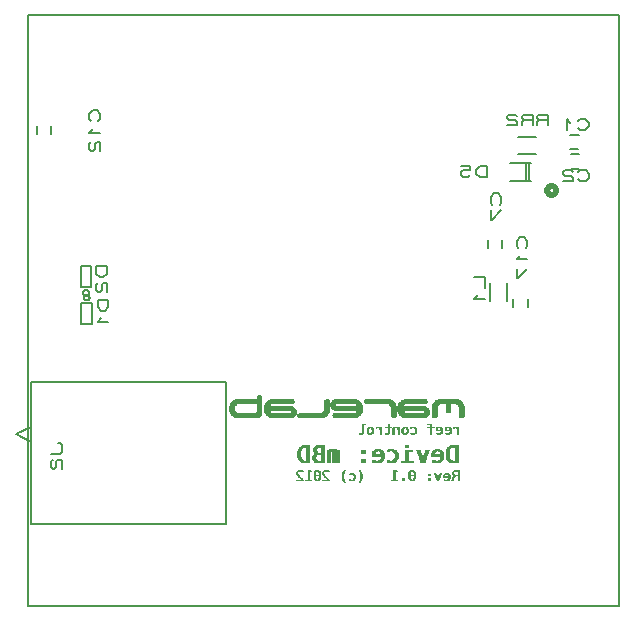
<source format=gbo>
G04 PROTEUS RS274X GERBER FILE*
%FSLAX24Y24*%
%MOIN*%
%ADD33C,0.0080*%
%ADD41C,0.0025*%
%ADD40C,0.0060*%
%ADD10C,0.0200*%
G54D33*
X+0Y+0D02*
X+19685Y+0D01*
X+19685Y+19685D01*
X+0Y+19685D01*
X+0Y+0D01*
X+19685Y+0D01*
X+19685Y+19685D01*
X+0Y+19685D01*
X+0Y+0D01*
G54D41*
X+6912Y+6293D02*
X+7652Y+6293D01*
X+8072Y+6293D02*
X+8792Y+6293D01*
X+9012Y+6293D02*
X+9832Y+6293D01*
X+10172Y+6293D02*
X+10912Y+6293D01*
X+12132Y+6293D02*
X+12212Y+6293D01*
X+12512Y+6293D02*
X+13232Y+6293D01*
X+13492Y+6293D02*
X+13572Y+6293D01*
X+14392Y+6293D02*
X+14472Y+6293D01*
X+6852Y+6313D02*
X+7692Y+6313D01*
X+8012Y+6313D02*
X+8832Y+6313D01*
X+8992Y+6313D02*
X+9872Y+6313D01*
X+10152Y+6313D02*
X+10972Y+6313D01*
X+12112Y+6313D02*
X+12232Y+6313D01*
X+12452Y+6313D02*
X+13272Y+6313D01*
X+13472Y+6313D02*
X+13592Y+6313D01*
X+14372Y+6313D02*
X+14492Y+6313D01*
X+6812Y+6333D02*
X+7712Y+6333D01*
X+7992Y+6333D02*
X+8852Y+6333D01*
X+8972Y+6333D02*
X+9912Y+6333D01*
X+10152Y+6333D02*
X+10992Y+6333D01*
X+12092Y+6333D02*
X+12252Y+6333D01*
X+12432Y+6333D02*
X+13292Y+6333D01*
X+13452Y+6333D02*
X+13612Y+6333D01*
X+14352Y+6333D02*
X+14512Y+6333D01*
X+6792Y+6353D02*
X+7732Y+6353D01*
X+7972Y+6353D02*
X+8872Y+6353D01*
X+8972Y+6353D02*
X+9932Y+6353D01*
X+10132Y+6353D02*
X+11032Y+6353D01*
X+12092Y+6353D02*
X+12252Y+6353D01*
X+12412Y+6353D02*
X+13312Y+6353D01*
X+13452Y+6353D02*
X+13612Y+6353D01*
X+14352Y+6353D02*
X+14512Y+6353D01*
X+6772Y+6373D02*
X+7752Y+6373D01*
X+7932Y+6373D02*
X+8892Y+6373D01*
X+8972Y+6373D02*
X+9952Y+6373D01*
X+10132Y+6373D02*
X+11052Y+6373D01*
X+12092Y+6373D02*
X+12252Y+6373D01*
X+12372Y+6373D02*
X+13332Y+6373D01*
X+13452Y+6373D02*
X+13612Y+6373D01*
X+14352Y+6373D02*
X+14512Y+6373D01*
X+6752Y+6393D02*
X+7752Y+6393D01*
X+7932Y+6393D02*
X+8892Y+6393D01*
X+8972Y+6393D02*
X+9972Y+6393D01*
X+10152Y+6393D02*
X+11052Y+6393D01*
X+12092Y+6393D02*
X+12252Y+6393D01*
X+12372Y+6393D02*
X+13332Y+6393D01*
X+13452Y+6393D02*
X+13612Y+6393D01*
X+14352Y+6393D02*
X+14512Y+6393D01*
X+6752Y+6413D02*
X+7772Y+6413D01*
X+7912Y+6413D02*
X+8912Y+6413D01*
X+8992Y+6413D02*
X+9972Y+6413D01*
X+10152Y+6413D02*
X+11072Y+6413D01*
X+12092Y+6413D02*
X+12252Y+6413D01*
X+12352Y+6413D02*
X+13352Y+6413D01*
X+13452Y+6413D02*
X+13612Y+6413D01*
X+14352Y+6413D02*
X+14512Y+6413D01*
X+6732Y+6433D02*
X+7772Y+6433D01*
X+7892Y+6433D02*
X+8912Y+6433D01*
X+9012Y+6433D02*
X+9992Y+6433D01*
X+10172Y+6433D02*
X+11092Y+6433D01*
X+12092Y+6433D02*
X+12252Y+6433D01*
X+12332Y+6433D02*
X+13352Y+6433D01*
X+13452Y+6433D02*
X+13612Y+6433D01*
X+14352Y+6433D02*
X+14512Y+6433D01*
X+6712Y+6453D02*
X+6932Y+6453D01*
X+7592Y+6453D02*
X+7772Y+6453D01*
X+7892Y+6453D02*
X+8072Y+6453D01*
X+8752Y+6453D02*
X+8912Y+6453D01*
X+9792Y+6453D02*
X+10012Y+6453D01*
X+10912Y+6453D02*
X+11092Y+6453D01*
X+12092Y+6453D02*
X+12252Y+6453D01*
X+12332Y+6453D02*
X+12512Y+6453D01*
X+13192Y+6453D02*
X+13352Y+6453D01*
X+13452Y+6453D02*
X+13612Y+6453D01*
X+13952Y+6453D02*
X+14032Y+6453D01*
X+14352Y+6453D02*
X+14512Y+6453D01*
X+6712Y+6473D02*
X+6912Y+6473D01*
X+7612Y+6473D02*
X+7772Y+6473D01*
X+7872Y+6473D02*
X+8052Y+6473D01*
X+8752Y+6473D02*
X+8912Y+6473D01*
X+9812Y+6473D02*
X+10012Y+6473D01*
X+10932Y+6473D02*
X+11112Y+6473D01*
X+12092Y+6473D02*
X+12252Y+6473D01*
X+12312Y+6473D02*
X+12492Y+6473D01*
X+13192Y+6473D02*
X+13352Y+6473D01*
X+13452Y+6473D02*
X+13612Y+6473D01*
X+13932Y+6473D02*
X+14052Y+6473D01*
X+14352Y+6473D02*
X+14512Y+6473D01*
X+6712Y+6493D02*
X+6892Y+6493D01*
X+7612Y+6493D02*
X+7772Y+6493D01*
X+7872Y+6493D02*
X+8052Y+6493D01*
X+8752Y+6493D02*
X+8912Y+6493D01*
X+9832Y+6493D02*
X+10012Y+6493D01*
X+10932Y+6493D02*
X+11112Y+6493D01*
X+12092Y+6493D02*
X+12252Y+6493D01*
X+12312Y+6493D02*
X+12492Y+6493D01*
X+13192Y+6493D02*
X+13352Y+6493D01*
X+13452Y+6493D02*
X+13612Y+6493D01*
X+13912Y+6493D02*
X+14072Y+6493D01*
X+14352Y+6493D02*
X+14512Y+6493D01*
X+6692Y+6513D02*
X+6872Y+6513D01*
X+7612Y+6513D02*
X+7772Y+6513D01*
X+7852Y+6513D02*
X+8072Y+6513D01*
X+8752Y+6513D02*
X+8912Y+6513D01*
X+9852Y+6513D02*
X+10032Y+6513D01*
X+10912Y+6513D02*
X+11132Y+6513D01*
X+12092Y+6513D02*
X+12252Y+6513D01*
X+12292Y+6513D02*
X+12512Y+6513D01*
X+13192Y+6513D02*
X+13352Y+6513D01*
X+13452Y+6513D02*
X+13612Y+6513D01*
X+13912Y+6513D02*
X+14072Y+6513D01*
X+14352Y+6513D02*
X+14512Y+6513D01*
X+6692Y+6533D02*
X+6852Y+6533D01*
X+7612Y+6533D02*
X+7772Y+6533D01*
X+7852Y+6533D02*
X+8912Y+6533D01*
X+9872Y+6533D02*
X+10032Y+6533D01*
X+10192Y+6533D02*
X+11132Y+6533D01*
X+12092Y+6533D02*
X+12252Y+6533D01*
X+12292Y+6533D02*
X+13352Y+6533D01*
X+13452Y+6533D02*
X+13612Y+6533D01*
X+13912Y+6533D02*
X+14072Y+6533D01*
X+14352Y+6533D02*
X+14512Y+6533D01*
X+6692Y+6553D02*
X+6852Y+6553D01*
X+7612Y+6553D02*
X+7772Y+6553D01*
X+7852Y+6553D02*
X+8892Y+6553D01*
X+9872Y+6553D02*
X+10032Y+6553D01*
X+10152Y+6553D02*
X+11132Y+6553D01*
X+12092Y+6553D02*
X+12252Y+6553D01*
X+12292Y+6553D02*
X+13332Y+6553D01*
X+13452Y+6553D02*
X+13612Y+6553D01*
X+13912Y+6553D02*
X+14072Y+6553D01*
X+14352Y+6553D02*
X+14512Y+6553D01*
X+6692Y+6573D02*
X+6852Y+6573D01*
X+7612Y+6573D02*
X+7772Y+6573D01*
X+7852Y+6573D02*
X+8892Y+6573D01*
X+9872Y+6573D02*
X+10032Y+6573D01*
X+10132Y+6573D02*
X+11132Y+6573D01*
X+12092Y+6573D02*
X+12252Y+6573D01*
X+12292Y+6573D02*
X+13332Y+6573D01*
X+13452Y+6573D02*
X+13612Y+6573D01*
X+13912Y+6573D02*
X+14072Y+6573D01*
X+14352Y+6573D02*
X+14512Y+6573D01*
X+6692Y+6593D02*
X+6852Y+6593D01*
X+7612Y+6593D02*
X+7772Y+6593D01*
X+7852Y+6593D02*
X+8872Y+6593D01*
X+9872Y+6593D02*
X+10032Y+6593D01*
X+10112Y+6593D02*
X+11132Y+6593D01*
X+12092Y+6593D02*
X+12252Y+6593D01*
X+12292Y+6593D02*
X+13312Y+6593D01*
X+13452Y+6593D02*
X+13612Y+6593D01*
X+13912Y+6593D02*
X+14072Y+6593D01*
X+14352Y+6593D02*
X+14512Y+6593D01*
X+6692Y+6613D02*
X+6852Y+6613D01*
X+7612Y+6613D02*
X+7772Y+6613D01*
X+7852Y+6613D02*
X+8852Y+6613D01*
X+9872Y+6613D02*
X+10032Y+6613D01*
X+10092Y+6613D02*
X+11132Y+6613D01*
X+12092Y+6613D02*
X+12252Y+6613D01*
X+12292Y+6613D02*
X+13292Y+6613D01*
X+13452Y+6613D02*
X+13612Y+6613D01*
X+13912Y+6613D02*
X+14072Y+6613D01*
X+14352Y+6613D02*
X+14512Y+6613D01*
X+6692Y+6633D02*
X+6852Y+6633D01*
X+7612Y+6633D02*
X+7772Y+6633D01*
X+7852Y+6633D02*
X+8832Y+6633D01*
X+9872Y+6633D02*
X+10032Y+6633D01*
X+10092Y+6633D02*
X+11132Y+6633D01*
X+12092Y+6633D02*
X+12252Y+6633D01*
X+12292Y+6633D02*
X+13272Y+6633D01*
X+13452Y+6633D02*
X+13612Y+6633D01*
X+13912Y+6633D02*
X+14072Y+6633D01*
X+14352Y+6633D02*
X+14512Y+6633D01*
X+6692Y+6653D02*
X+6852Y+6653D01*
X+7612Y+6653D02*
X+7772Y+6653D01*
X+7852Y+6653D02*
X+8792Y+6653D01*
X+9872Y+6653D02*
X+10032Y+6653D01*
X+10072Y+6653D02*
X+11132Y+6653D01*
X+12072Y+6653D02*
X+12252Y+6653D01*
X+12292Y+6653D02*
X+13232Y+6653D01*
X+13452Y+6653D02*
X+13612Y+6653D01*
X+13912Y+6653D02*
X+14072Y+6653D01*
X+14352Y+6653D02*
X+14512Y+6653D01*
X+6692Y+6673D02*
X+6872Y+6673D01*
X+7612Y+6673D02*
X+7772Y+6673D01*
X+7852Y+6673D02*
X+8072Y+6673D01*
X+9872Y+6673D02*
X+10032Y+6673D01*
X+10072Y+6673D02*
X+10232Y+6673D01*
X+10912Y+6673D02*
X+11132Y+6673D01*
X+12072Y+6673D02*
X+12252Y+6673D01*
X+12292Y+6673D02*
X+12512Y+6673D01*
X+13452Y+6673D02*
X+13632Y+6673D01*
X+13912Y+6673D02*
X+14072Y+6673D01*
X+14332Y+6673D02*
X+14512Y+6673D01*
X+6712Y+6693D02*
X+6892Y+6693D01*
X+7612Y+6693D02*
X+7772Y+6693D01*
X+7872Y+6693D02*
X+8052Y+6693D01*
X+9872Y+6693D02*
X+10032Y+6693D01*
X+10072Y+6693D02*
X+10232Y+6693D01*
X+10932Y+6693D02*
X+11112Y+6693D01*
X+12052Y+6693D02*
X+12232Y+6693D01*
X+12312Y+6693D02*
X+12492Y+6693D01*
X+13472Y+6693D02*
X+13652Y+6693D01*
X+13912Y+6693D02*
X+14072Y+6693D01*
X+14312Y+6693D02*
X+14492Y+6693D01*
X+6712Y+6713D02*
X+6912Y+6713D01*
X+7612Y+6713D02*
X+7772Y+6713D01*
X+7872Y+6713D02*
X+8052Y+6713D01*
X+9872Y+6713D02*
X+10032Y+6713D01*
X+10072Y+6713D02*
X+10232Y+6713D01*
X+10932Y+6713D02*
X+11112Y+6713D01*
X+12032Y+6713D02*
X+12232Y+6713D01*
X+12312Y+6713D02*
X+12492Y+6713D01*
X+13472Y+6713D02*
X+13672Y+6713D01*
X+13912Y+6713D02*
X+14072Y+6713D01*
X+14312Y+6713D02*
X+14492Y+6713D01*
X+6712Y+6733D02*
X+6932Y+6733D01*
X+7612Y+6733D02*
X+7772Y+6733D01*
X+7892Y+6733D02*
X+8072Y+6733D01*
X+9872Y+6733D02*
X+10032Y+6733D01*
X+10072Y+6733D02*
X+10232Y+6733D01*
X+10912Y+6733D02*
X+11092Y+6733D01*
X+12012Y+6733D02*
X+12232Y+6733D01*
X+12332Y+6733D02*
X+12512Y+6733D01*
X+13472Y+6733D02*
X+13692Y+6733D01*
X+13912Y+6733D02*
X+14072Y+6733D01*
X+14272Y+6733D02*
X+14492Y+6733D01*
X+6732Y+6753D02*
X+7772Y+6753D01*
X+7892Y+6753D02*
X+8812Y+6753D01*
X+9872Y+6753D02*
X+10032Y+6753D01*
X+10072Y+6753D02*
X+11092Y+6753D01*
X+11232Y+6753D02*
X+12212Y+6753D01*
X+12332Y+6753D02*
X+13252Y+6753D01*
X+13492Y+6753D02*
X+14472Y+6753D01*
X+6752Y+6773D02*
X+7772Y+6773D01*
X+7912Y+6773D02*
X+8832Y+6773D01*
X+9872Y+6773D02*
X+10032Y+6773D01*
X+10072Y+6773D02*
X+11072Y+6773D01*
X+11212Y+6773D02*
X+12192Y+6773D01*
X+12352Y+6773D02*
X+13272Y+6773D01*
X+13512Y+6773D02*
X+14472Y+6773D01*
X+6752Y+6793D02*
X+7772Y+6793D01*
X+7932Y+6793D02*
X+8832Y+6793D01*
X+9872Y+6793D02*
X+10032Y+6793D01*
X+10092Y+6793D02*
X+11052Y+6793D01*
X+11192Y+6793D02*
X+12192Y+6793D01*
X+12372Y+6793D02*
X+13272Y+6793D01*
X+13512Y+6793D02*
X+14452Y+6793D01*
X+6772Y+6813D02*
X+7772Y+6813D01*
X+7932Y+6813D02*
X+8852Y+6813D01*
X+9872Y+6813D02*
X+10032Y+6813D01*
X+10092Y+6813D02*
X+11052Y+6813D01*
X+11192Y+6813D02*
X+12172Y+6813D01*
X+12372Y+6813D02*
X+13292Y+6813D01*
X+13532Y+6813D02*
X+14432Y+6813D01*
X+6792Y+6833D02*
X+7772Y+6833D01*
X+7972Y+6833D02*
X+8852Y+6833D01*
X+9872Y+6833D02*
X+10032Y+6833D01*
X+10112Y+6833D02*
X+11032Y+6833D01*
X+11192Y+6833D02*
X+12152Y+6833D01*
X+12412Y+6833D02*
X+13292Y+6833D01*
X+13552Y+6833D02*
X+14412Y+6833D01*
X+6812Y+6853D02*
X+7772Y+6853D01*
X+7992Y+6853D02*
X+8832Y+6853D01*
X+9872Y+6853D02*
X+10032Y+6853D01*
X+10132Y+6853D02*
X+10992Y+6853D01*
X+11192Y+6853D02*
X+12132Y+6853D01*
X+12432Y+6853D02*
X+13272Y+6853D01*
X+13572Y+6853D02*
X+14392Y+6853D01*
X+6852Y+6873D02*
X+7772Y+6873D01*
X+8012Y+6873D02*
X+8832Y+6873D01*
X+9892Y+6873D02*
X+10012Y+6873D01*
X+10152Y+6873D02*
X+10972Y+6873D01*
X+11212Y+6873D02*
X+12092Y+6873D01*
X+12452Y+6873D02*
X+13272Y+6873D01*
X+13612Y+6873D02*
X+14352Y+6873D01*
X+6892Y+6893D02*
X+7772Y+6893D01*
X+8072Y+6893D02*
X+8812Y+6893D01*
X+9912Y+6893D02*
X+9992Y+6893D01*
X+10192Y+6893D02*
X+10912Y+6893D01*
X+11232Y+6893D02*
X+12052Y+6893D01*
X+12512Y+6893D02*
X+13252Y+6893D01*
X+13652Y+6893D02*
X+14312Y+6893D01*
X+7612Y+6913D02*
X+7772Y+6913D01*
X+7612Y+6933D02*
X+7772Y+6933D01*
X+7612Y+6953D02*
X+7772Y+6953D01*
X+7612Y+6973D02*
X+7772Y+6973D01*
X+7612Y+6993D02*
X+7772Y+6993D01*
X+7632Y+7013D02*
X+7752Y+7013D01*
X+7652Y+7033D02*
X+7732Y+7033D01*
G54D40*
X+93Y+5474D02*
X-406Y+5724D01*
X+93Y+5974D02*
X-406Y+5724D01*
X+93Y+2734D02*
X+93Y+7454D01*
X+6593Y+7454D01*
X+6593Y+2734D01*
X+93Y+2734D01*
G54D33*
X+995Y+5444D02*
X+1055Y+5444D01*
X+1115Y+5382D01*
X+1115Y+5132D01*
X+1055Y+5069D01*
X+755Y+5069D01*
X+815Y+4882D02*
X+755Y+4819D01*
X+755Y+4632D01*
X+815Y+4569D01*
X+875Y+4569D01*
X+935Y+4632D01*
X+935Y+4819D01*
X+995Y+4882D01*
X+1115Y+4882D01*
X+1115Y+4569D01*
G54D10*
X+17600Y+13850D02*
X+17600Y+13861D01*
X+17596Y+13885D01*
X+17588Y+13909D01*
X+17575Y+13933D01*
X+17555Y+13957D01*
X+17531Y+13976D01*
X+17507Y+13989D01*
X+17483Y+13996D01*
X+17459Y+14000D01*
X+17450Y+14000D01*
X+17300Y+13850D02*
X+17300Y+13861D01*
X+17304Y+13885D01*
X+17312Y+13909D01*
X+17325Y+13933D01*
X+17345Y+13957D01*
X+17369Y+13976D01*
X+17393Y+13989D01*
X+17417Y+13996D01*
X+17441Y+14000D01*
X+17450Y+14000D01*
X+17300Y+13850D02*
X+17300Y+13839D01*
X+17304Y+13815D01*
X+17312Y+13791D01*
X+17325Y+13767D01*
X+17345Y+13743D01*
X+17369Y+13724D01*
X+17393Y+13711D01*
X+17417Y+13704D01*
X+17441Y+13700D01*
X+17450Y+13700D01*
X+17600Y+13850D02*
X+17600Y+13839D01*
X+17596Y+13815D01*
X+17588Y+13791D01*
X+17575Y+13767D01*
X+17555Y+13743D01*
X+17531Y+13724D01*
X+17507Y+13711D01*
X+17483Y+13704D01*
X+17459Y+13700D01*
X+17450Y+13700D01*
G54D33*
X+770Y+15731D02*
X+770Y+16001D01*
X+290Y+15731D02*
X+290Y+16011D01*
X+2340Y+16154D02*
X+2400Y+16217D01*
X+2400Y+16404D01*
X+2280Y+16529D01*
X+2160Y+16529D01*
X+2040Y+16404D01*
X+2040Y+16217D01*
X+2100Y+16154D01*
X+2160Y+15904D02*
X+2040Y+15779D01*
X+2400Y+15779D01*
X+2100Y+15467D02*
X+2040Y+15404D01*
X+2040Y+15217D01*
X+2100Y+15154D01*
X+2160Y+15154D01*
X+2220Y+15217D01*
X+2220Y+15404D01*
X+2280Y+15467D01*
X+2400Y+15467D01*
X+2400Y+15154D01*
X+1770Y+10089D02*
X+1770Y+9399D01*
X+2110Y+9399D01*
X+2110Y+10089D01*
X+1770Y+10089D01*
X+2044Y+10279D02*
X+2044Y+10286D01*
X+2041Y+10301D01*
X+2036Y+10316D01*
X+2028Y+10331D01*
X+2016Y+10346D01*
X+2001Y+10358D01*
X+1986Y+10366D01*
X+1971Y+10371D01*
X+1956Y+10373D01*
X+1950Y+10373D01*
X+1856Y+10279D02*
X+1856Y+10286D01*
X+1859Y+10301D01*
X+1864Y+10316D01*
X+1872Y+10331D01*
X+1884Y+10346D01*
X+1899Y+10358D01*
X+1914Y+10366D01*
X+1929Y+10371D01*
X+1944Y+10373D01*
X+1950Y+10373D01*
X+1856Y+10279D02*
X+1856Y+10272D01*
X+1859Y+10257D01*
X+1864Y+10242D01*
X+1872Y+10227D01*
X+1884Y+10212D01*
X+1899Y+10200D01*
X+1914Y+10192D01*
X+1929Y+10187D01*
X+1944Y+10185D01*
X+1950Y+10185D01*
X+2044Y+10279D02*
X+2044Y+10272D01*
X+2041Y+10257D01*
X+2036Y+10242D01*
X+2028Y+10227D01*
X+2016Y+10212D01*
X+2001Y+10200D01*
X+1986Y+10192D01*
X+1971Y+10187D01*
X+1956Y+10185D01*
X+1950Y+10185D01*
X+2673Y+10209D02*
X+2313Y+10209D01*
X+2313Y+9959D01*
X+2433Y+9834D01*
X+2553Y+9834D01*
X+2673Y+9959D01*
X+2673Y+10209D01*
X+2433Y+9584D02*
X+2313Y+9459D01*
X+2673Y+9459D01*
X+2104Y+10627D02*
X+2104Y+11317D01*
X+1764Y+11317D01*
X+1764Y+10627D01*
X+2104Y+10627D01*
X+2018Y+10437D02*
X+2018Y+10444D01*
X+2015Y+10459D01*
X+2010Y+10474D01*
X+2002Y+10489D01*
X+1990Y+10504D01*
X+1975Y+10516D01*
X+1960Y+10524D01*
X+1945Y+10529D01*
X+1930Y+10531D01*
X+1924Y+10531D01*
X+1830Y+10437D02*
X+1830Y+10444D01*
X+1833Y+10459D01*
X+1838Y+10474D01*
X+1846Y+10489D01*
X+1858Y+10504D01*
X+1873Y+10516D01*
X+1888Y+10524D01*
X+1903Y+10529D01*
X+1918Y+10531D01*
X+1924Y+10531D01*
X+1830Y+10437D02*
X+1830Y+10430D01*
X+1833Y+10415D01*
X+1838Y+10400D01*
X+1846Y+10385D01*
X+1858Y+10370D01*
X+1873Y+10358D01*
X+1888Y+10350D01*
X+1903Y+10345D01*
X+1918Y+10343D01*
X+1924Y+10343D01*
X+2018Y+10437D02*
X+2018Y+10430D01*
X+2015Y+10415D01*
X+2010Y+10400D01*
X+2002Y+10385D01*
X+1990Y+10370D01*
X+1975Y+10358D01*
X+1960Y+10350D01*
X+1945Y+10345D01*
X+1930Y+10343D01*
X+1924Y+10343D01*
X+2624Y+11330D02*
X+2264Y+11330D01*
X+2264Y+11080D01*
X+2384Y+10955D01*
X+2504Y+10955D01*
X+2624Y+11080D01*
X+2624Y+11330D01*
X+2324Y+10768D02*
X+2264Y+10705D01*
X+2264Y+10518D01*
X+2324Y+10455D01*
X+2384Y+10455D01*
X+2444Y+10518D01*
X+2444Y+10705D01*
X+2504Y+10768D01*
X+2624Y+10768D01*
X+2624Y+10455D01*
X+15379Y+10772D02*
X+15379Y+10172D01*
X+15959Y+10762D02*
X+15959Y+10172D01*
X+14859Y+10982D02*
X+15219Y+10982D01*
X+15219Y+10607D01*
X+14979Y+10357D02*
X+14859Y+10232D01*
X+15219Y+10232D01*
X+16650Y+9950D02*
X+16650Y+10220D01*
X+16170Y+9950D02*
X+16170Y+10230D01*
X+16583Y+11925D02*
X+16643Y+11988D01*
X+16643Y+12175D01*
X+16523Y+12300D01*
X+16403Y+12300D01*
X+16283Y+12175D01*
X+16283Y+11988D01*
X+16343Y+11925D01*
X+16403Y+11675D02*
X+16283Y+11550D01*
X+16643Y+11550D01*
X+16283Y+11238D02*
X+16283Y+10925D01*
X+16343Y+10925D01*
X+16643Y+11238D01*
X+16060Y+14180D02*
X+16750Y+14180D01*
X+16070Y+14760D02*
X+16750Y+14760D01*
X+16680Y+14190D02*
X+16680Y+14760D01*
X+16580Y+14760D02*
X+16580Y+14180D01*
X+15301Y+14291D02*
X+15301Y+14651D01*
X+15051Y+14651D01*
X+14926Y+14531D01*
X+14926Y+14411D01*
X+15051Y+14291D01*
X+15301Y+14291D01*
X+14426Y+14651D02*
X+14739Y+14651D01*
X+14739Y+14531D01*
X+14489Y+14531D01*
X+14426Y+14471D01*
X+14426Y+14351D01*
X+14489Y+14291D01*
X+14676Y+14291D01*
X+14739Y+14351D01*
X+16330Y+15060D02*
X+16930Y+15060D01*
X+16340Y+15640D02*
X+16930Y+15640D01*
X+17340Y+16020D02*
X+17340Y+16380D01*
X+17028Y+16380D01*
X+16965Y+16320D01*
X+16965Y+16260D01*
X+17028Y+16200D01*
X+17340Y+16200D01*
X+17028Y+16200D02*
X+16965Y+16140D01*
X+16965Y+16020D01*
X+16840Y+16020D02*
X+16840Y+16380D01*
X+16528Y+16380D01*
X+16465Y+16320D01*
X+16465Y+16260D01*
X+16528Y+16200D01*
X+16840Y+16200D01*
X+16528Y+16200D02*
X+16465Y+16140D01*
X+16465Y+16020D01*
X+16278Y+16320D02*
X+16215Y+16380D01*
X+16028Y+16380D01*
X+15965Y+16320D01*
X+15965Y+16260D01*
X+16028Y+16200D01*
X+16215Y+16200D01*
X+16278Y+16140D01*
X+16278Y+16020D01*
X+15965Y+16020D01*
X+18070Y+15220D02*
X+18340Y+15220D01*
X+18070Y+15700D02*
X+18350Y+15700D01*
X+18325Y+15934D02*
X+18388Y+15874D01*
X+18575Y+15874D01*
X+18700Y+15994D01*
X+18700Y+16114D01*
X+18575Y+16234D01*
X+18388Y+16234D01*
X+18325Y+16174D01*
X+18075Y+16114D02*
X+17950Y+16234D01*
X+17950Y+15874D01*
X+18079Y+14578D02*
X+18349Y+14578D01*
X+18079Y+15058D02*
X+18359Y+15058D01*
X+18334Y+14218D02*
X+18397Y+14158D01*
X+18584Y+14158D01*
X+18709Y+14278D01*
X+18709Y+14398D01*
X+18584Y+14518D01*
X+18397Y+14518D01*
X+18334Y+14458D01*
X+18147Y+14458D02*
X+18084Y+14518D01*
X+17897Y+14518D01*
X+17834Y+14458D01*
X+17834Y+14398D01*
X+17897Y+14338D01*
X+18084Y+14338D01*
X+18147Y+14278D01*
X+18147Y+14158D01*
X+17834Y+14158D01*
X+15800Y+11920D02*
X+15800Y+12190D01*
X+15320Y+11920D02*
X+15320Y+12200D01*
X+15710Y+13375D02*
X+15770Y+13438D01*
X+15770Y+13625D01*
X+15650Y+13750D01*
X+15530Y+13750D01*
X+15410Y+13625D01*
X+15410Y+13438D01*
X+15470Y+13375D01*
X+15410Y+13188D02*
X+15410Y+12875D01*
X+15470Y+12875D01*
X+15770Y+13188D01*
G54D41*
X+11021Y+5735D02*
X+11121Y+5735D01*
X+11341Y+5735D02*
X+11441Y+5735D01*
X+11721Y+5735D02*
X+11761Y+5735D01*
X+11881Y+5735D02*
X+11981Y+5735D01*
X+12141Y+5735D02*
X+12181Y+5735D01*
X+12321Y+5735D02*
X+12361Y+5735D01*
X+12501Y+5735D02*
X+12601Y+5735D01*
X+12761Y+5735D02*
X+12861Y+5735D01*
X+13401Y+5735D02*
X+13441Y+5735D01*
X+13621Y+5735D02*
X+13741Y+5735D01*
X+13921Y+5735D02*
X+14041Y+5735D01*
X+14301Y+5735D02*
X+14341Y+5735D01*
X+11021Y+5755D02*
X+11141Y+5755D01*
X+11321Y+5755D02*
X+11461Y+5755D01*
X+11721Y+5755D02*
X+11761Y+5755D01*
X+11881Y+5755D02*
X+12001Y+5755D01*
X+12141Y+5755D02*
X+12181Y+5755D01*
X+12321Y+5755D02*
X+12361Y+5755D01*
X+12481Y+5755D02*
X+12621Y+5755D01*
X+12741Y+5755D02*
X+12901Y+5755D01*
X+13401Y+5755D02*
X+13441Y+5755D01*
X+13601Y+5755D02*
X+13761Y+5755D01*
X+13901Y+5755D02*
X+14061Y+5755D01*
X+14301Y+5755D02*
X+14341Y+5755D01*
X+11101Y+5775D02*
X+11161Y+5775D01*
X+11301Y+5775D02*
X+11361Y+5775D01*
X+11421Y+5775D02*
X+11481Y+5775D01*
X+11721Y+5775D02*
X+11761Y+5775D01*
X+11961Y+5775D02*
X+12021Y+5775D01*
X+12141Y+5775D02*
X+12181Y+5775D01*
X+12321Y+5775D02*
X+12361Y+5775D01*
X+12461Y+5775D02*
X+12521Y+5775D01*
X+12581Y+5775D02*
X+12641Y+5775D01*
X+12741Y+5775D02*
X+12761Y+5775D01*
X+12861Y+5775D02*
X+12921Y+5775D01*
X+13401Y+5775D02*
X+13441Y+5775D01*
X+13601Y+5775D02*
X+13621Y+5775D01*
X+13721Y+5775D02*
X+13781Y+5775D01*
X+13901Y+5775D02*
X+13921Y+5775D01*
X+14021Y+5775D02*
X+14081Y+5775D01*
X+14301Y+5775D02*
X+14341Y+5775D01*
X+11121Y+5795D02*
X+11161Y+5795D01*
X+11281Y+5795D02*
X+11341Y+5795D01*
X+11441Y+5795D02*
X+11501Y+5795D01*
X+11721Y+5795D02*
X+11761Y+5795D01*
X+11981Y+5795D02*
X+12021Y+5795D01*
X+12141Y+5795D02*
X+12181Y+5795D01*
X+12321Y+5795D02*
X+12361Y+5795D01*
X+12441Y+5795D02*
X+12501Y+5795D01*
X+12601Y+5795D02*
X+12661Y+5795D01*
X+12881Y+5795D02*
X+12921Y+5795D01*
X+13401Y+5795D02*
X+13441Y+5795D01*
X+13741Y+5795D02*
X+13801Y+5795D01*
X+14041Y+5795D02*
X+14101Y+5795D01*
X+14301Y+5795D02*
X+14341Y+5795D01*
X+11121Y+5815D02*
X+11161Y+5815D01*
X+11281Y+5815D02*
X+11321Y+5815D01*
X+11461Y+5815D02*
X+11501Y+5815D01*
X+11721Y+5815D02*
X+11761Y+5815D01*
X+11981Y+5815D02*
X+12021Y+5815D01*
X+12141Y+5815D02*
X+12181Y+5815D01*
X+12321Y+5815D02*
X+12361Y+5815D01*
X+12441Y+5815D02*
X+12481Y+5815D01*
X+12621Y+5815D02*
X+12661Y+5815D01*
X+12901Y+5815D02*
X+12941Y+5815D01*
X+13401Y+5815D02*
X+13441Y+5815D01*
X+13761Y+5815D02*
X+13801Y+5815D01*
X+14061Y+5815D02*
X+14101Y+5815D01*
X+14301Y+5815D02*
X+14341Y+5815D01*
X+11121Y+5835D02*
X+11161Y+5835D01*
X+11281Y+5835D02*
X+11321Y+5835D01*
X+11461Y+5835D02*
X+11501Y+5835D01*
X+11721Y+5835D02*
X+11761Y+5835D01*
X+11981Y+5835D02*
X+12021Y+5835D01*
X+12141Y+5835D02*
X+12181Y+5835D01*
X+12321Y+5835D02*
X+12361Y+5835D01*
X+12441Y+5835D02*
X+12481Y+5835D01*
X+12621Y+5835D02*
X+12661Y+5835D01*
X+12901Y+5835D02*
X+12941Y+5835D01*
X+13401Y+5835D02*
X+13441Y+5835D01*
X+13761Y+5835D02*
X+13801Y+5835D01*
X+14061Y+5835D02*
X+14101Y+5835D01*
X+14301Y+5835D02*
X+14341Y+5835D01*
X+11121Y+5855D02*
X+11161Y+5855D01*
X+11281Y+5855D02*
X+11321Y+5855D01*
X+11461Y+5855D02*
X+11501Y+5855D01*
X+11721Y+5855D02*
X+11761Y+5855D01*
X+11981Y+5855D02*
X+12021Y+5855D01*
X+12141Y+5855D02*
X+12181Y+5855D01*
X+12321Y+5855D02*
X+12361Y+5855D01*
X+12441Y+5855D02*
X+12481Y+5855D01*
X+12621Y+5855D02*
X+12661Y+5855D01*
X+12901Y+5855D02*
X+12941Y+5855D01*
X+13401Y+5855D02*
X+13441Y+5855D01*
X+13581Y+5855D02*
X+13801Y+5855D01*
X+13881Y+5855D02*
X+14101Y+5855D01*
X+14301Y+5855D02*
X+14341Y+5855D01*
X+11121Y+5875D02*
X+11161Y+5875D01*
X+11281Y+5875D02*
X+11321Y+5875D01*
X+11461Y+5875D02*
X+11501Y+5875D01*
X+11721Y+5875D02*
X+11761Y+5875D01*
X+11981Y+5875D02*
X+12021Y+5875D01*
X+12141Y+5875D02*
X+12181Y+5875D01*
X+12321Y+5875D02*
X+12361Y+5875D01*
X+12441Y+5875D02*
X+12481Y+5875D01*
X+12621Y+5875D02*
X+12661Y+5875D01*
X+12901Y+5875D02*
X+12941Y+5875D01*
X+13401Y+5875D02*
X+13441Y+5875D01*
X+13581Y+5875D02*
X+13801Y+5875D01*
X+13881Y+5875D02*
X+14101Y+5875D01*
X+14301Y+5875D02*
X+14341Y+5875D01*
X+11121Y+5895D02*
X+11161Y+5895D01*
X+11281Y+5895D02*
X+11321Y+5895D01*
X+11461Y+5895D02*
X+11501Y+5895D01*
X+11721Y+5895D02*
X+11761Y+5895D01*
X+11981Y+5895D02*
X+12021Y+5895D01*
X+12141Y+5895D02*
X+12181Y+5895D01*
X+12321Y+5895D02*
X+12361Y+5895D01*
X+12441Y+5895D02*
X+12481Y+5895D01*
X+12621Y+5895D02*
X+12661Y+5895D01*
X+12901Y+5895D02*
X+12941Y+5895D01*
X+13401Y+5895D02*
X+13441Y+5895D01*
X+13581Y+5895D02*
X+13621Y+5895D01*
X+13761Y+5895D02*
X+13801Y+5895D01*
X+13881Y+5895D02*
X+13921Y+5895D01*
X+14061Y+5895D02*
X+14101Y+5895D01*
X+14301Y+5895D02*
X+14341Y+5895D01*
X+11121Y+5915D02*
X+11161Y+5915D01*
X+11281Y+5915D02*
X+11341Y+5915D01*
X+11441Y+5915D02*
X+11501Y+5915D01*
X+11701Y+5915D02*
X+11761Y+5915D01*
X+11981Y+5915D02*
X+12021Y+5915D01*
X+12141Y+5915D02*
X+12181Y+5915D01*
X+12301Y+5915D02*
X+12361Y+5915D01*
X+12441Y+5915D02*
X+12501Y+5915D01*
X+12601Y+5915D02*
X+12661Y+5915D01*
X+12881Y+5915D02*
X+12921Y+5915D01*
X+13401Y+5915D02*
X+13441Y+5915D01*
X+13581Y+5915D02*
X+13621Y+5915D01*
X+13741Y+5915D02*
X+13781Y+5915D01*
X+13881Y+5915D02*
X+13921Y+5915D01*
X+14041Y+5915D02*
X+14081Y+5915D01*
X+14281Y+5915D02*
X+14341Y+5915D01*
X+11121Y+5935D02*
X+11161Y+5935D01*
X+11301Y+5935D02*
X+11361Y+5935D01*
X+11421Y+5935D02*
X+11481Y+5935D01*
X+11581Y+5935D02*
X+11601Y+5935D01*
X+11681Y+5935D02*
X+11761Y+5935D01*
X+11981Y+5935D02*
X+12021Y+5935D01*
X+12141Y+5935D02*
X+12201Y+5935D01*
X+12281Y+5935D02*
X+12361Y+5935D01*
X+12461Y+5935D02*
X+12521Y+5935D01*
X+12581Y+5935D02*
X+12641Y+5935D01*
X+12741Y+5935D02*
X+12761Y+5935D01*
X+12861Y+5935D02*
X+12921Y+5935D01*
X+13401Y+5935D02*
X+13441Y+5935D01*
X+13601Y+5935D02*
X+13641Y+5935D01*
X+13721Y+5935D02*
X+13781Y+5935D01*
X+13901Y+5935D02*
X+13941Y+5935D01*
X+14021Y+5935D02*
X+14081Y+5935D01*
X+14161Y+5935D02*
X+14181Y+5935D01*
X+14261Y+5935D02*
X+14341Y+5935D01*
X+11121Y+5955D02*
X+11161Y+5955D01*
X+11321Y+5955D02*
X+11461Y+5955D01*
X+11581Y+5955D02*
X+11701Y+5955D01*
X+11721Y+5955D02*
X+11761Y+5955D01*
X+11881Y+5955D02*
X+12101Y+5955D01*
X+12161Y+5955D02*
X+12301Y+5955D01*
X+12321Y+5955D02*
X+12361Y+5955D01*
X+12481Y+5955D02*
X+12621Y+5955D01*
X+12741Y+5955D02*
X+12901Y+5955D01*
X+13301Y+5955D02*
X+13521Y+5955D01*
X+13601Y+5955D02*
X+13761Y+5955D01*
X+13901Y+5955D02*
X+14061Y+5955D01*
X+14161Y+5955D02*
X+14281Y+5955D01*
X+14301Y+5955D02*
X+14341Y+5955D01*
X+11121Y+5975D02*
X+11161Y+5975D01*
X+11341Y+5975D02*
X+11441Y+5975D01*
X+11601Y+5975D02*
X+11681Y+5975D01*
X+11721Y+5975D02*
X+11761Y+5975D01*
X+11881Y+5975D02*
X+12101Y+5975D01*
X+12181Y+5975D02*
X+12281Y+5975D01*
X+12321Y+5975D02*
X+12361Y+5975D01*
X+12501Y+5975D02*
X+12601Y+5975D01*
X+12761Y+5975D02*
X+12861Y+5975D01*
X+13301Y+5975D02*
X+13521Y+5975D01*
X+13641Y+5975D02*
X+13741Y+5975D01*
X+13941Y+5975D02*
X+14041Y+5975D01*
X+14181Y+5975D02*
X+14261Y+5975D01*
X+14301Y+5975D02*
X+14341Y+5975D01*
X+11121Y+5995D02*
X+11161Y+5995D01*
X+11981Y+5995D02*
X+12021Y+5995D01*
X+13401Y+5995D02*
X+13441Y+5995D01*
X+11121Y+6015D02*
X+11161Y+6015D01*
X+11981Y+6015D02*
X+12021Y+6015D01*
X+13401Y+6015D02*
X+13441Y+6015D01*
X+11121Y+6035D02*
X+11161Y+6035D01*
X+11981Y+6035D02*
X+12021Y+6035D01*
X+13401Y+6035D02*
X+13441Y+6035D01*
X+11121Y+6055D02*
X+11241Y+6055D01*
X+11981Y+6055D02*
X+12021Y+6055D01*
X+13301Y+6055D02*
X+13421Y+6055D01*
X+11121Y+6075D02*
X+11241Y+6075D01*
X+13301Y+6075D02*
X+13401Y+6075D01*
X+9135Y+4795D02*
X+9375Y+4795D01*
X+9595Y+4795D02*
X+9875Y+4795D01*
X+9955Y+4795D02*
X+10055Y+4795D01*
X+10115Y+4795D02*
X+10215Y+4795D01*
X+10275Y+4795D02*
X+10375Y+4795D01*
X+11095Y+4795D02*
X+11215Y+4795D01*
X+11515Y+4795D02*
X+11715Y+4795D01*
X+11995Y+4795D02*
X+12175Y+4795D01*
X+12435Y+4795D02*
X+12815Y+4795D01*
X+13095Y+4795D02*
X+13195Y+4795D01*
X+13495Y+4795D02*
X+13695Y+4795D01*
X+14075Y+4795D02*
X+14315Y+4795D01*
X+9095Y+4815D02*
X+9375Y+4815D01*
X+9535Y+4815D02*
X+9875Y+4815D01*
X+9955Y+4815D02*
X+10055Y+4815D01*
X+10115Y+4815D02*
X+10215Y+4815D01*
X+10275Y+4815D02*
X+10375Y+4815D01*
X+11095Y+4815D02*
X+11215Y+4815D01*
X+11475Y+4815D02*
X+11755Y+4815D01*
X+11955Y+4815D02*
X+12215Y+4815D01*
X+12435Y+4815D02*
X+12815Y+4815D01*
X+13075Y+4815D02*
X+13215Y+4815D01*
X+13455Y+4815D02*
X+13735Y+4815D01*
X+14035Y+4815D02*
X+14315Y+4815D01*
X+9055Y+4835D02*
X+9375Y+4835D01*
X+9515Y+4835D02*
X+9875Y+4835D01*
X+9955Y+4835D02*
X+10055Y+4835D01*
X+10115Y+4835D02*
X+10215Y+4835D01*
X+10275Y+4835D02*
X+10375Y+4835D01*
X+11095Y+4835D02*
X+11215Y+4835D01*
X+11475Y+4835D02*
X+11795Y+4835D01*
X+11955Y+4835D02*
X+12255Y+4835D01*
X+12435Y+4835D02*
X+12815Y+4835D01*
X+13075Y+4835D02*
X+13215Y+4835D01*
X+13455Y+4835D02*
X+13775Y+4835D01*
X+13995Y+4835D02*
X+14315Y+4835D01*
X+9035Y+4855D02*
X+9175Y+4855D01*
X+9275Y+4855D02*
X+9375Y+4855D01*
X+9495Y+4855D02*
X+9635Y+4855D01*
X+9775Y+4855D02*
X+9875Y+4855D01*
X+9955Y+4855D02*
X+10055Y+4855D01*
X+10115Y+4855D02*
X+10215Y+4855D01*
X+10275Y+4855D02*
X+10375Y+4855D01*
X+11095Y+4855D02*
X+11215Y+4855D01*
X+11475Y+4855D02*
X+11575Y+4855D01*
X+11675Y+4855D02*
X+11815Y+4855D01*
X+11955Y+4855D02*
X+12035Y+4855D01*
X+12135Y+4855D02*
X+12275Y+4855D01*
X+12575Y+4855D02*
X+12675Y+4855D01*
X+13055Y+4855D02*
X+13235Y+4855D01*
X+13455Y+4855D02*
X+13555Y+4855D01*
X+13655Y+4855D02*
X+13795Y+4855D01*
X+13975Y+4855D02*
X+14115Y+4855D01*
X+14215Y+4855D02*
X+14315Y+4855D01*
X+9015Y+4875D02*
X+9135Y+4875D01*
X+9275Y+4875D02*
X+9375Y+4875D01*
X+9495Y+4875D02*
X+9595Y+4875D01*
X+9775Y+4875D02*
X+9875Y+4875D01*
X+9955Y+4875D02*
X+10055Y+4875D01*
X+10115Y+4875D02*
X+10215Y+4875D01*
X+10275Y+4875D02*
X+10375Y+4875D01*
X+11095Y+4875D02*
X+11215Y+4875D01*
X+11475Y+4875D02*
X+11515Y+4875D01*
X+11715Y+4875D02*
X+11815Y+4875D01*
X+11955Y+4875D02*
X+11995Y+4875D01*
X+12175Y+4875D02*
X+12275Y+4875D01*
X+12575Y+4875D02*
X+12675Y+4875D01*
X+13055Y+4875D02*
X+13235Y+4875D01*
X+13455Y+4875D02*
X+13495Y+4875D01*
X+13695Y+4875D02*
X+13795Y+4875D01*
X+13955Y+4875D02*
X+14075Y+4875D01*
X+14215Y+4875D02*
X+14315Y+4875D01*
X+9015Y+4895D02*
X+9115Y+4895D01*
X+9275Y+4895D02*
X+9375Y+4895D01*
X+9475Y+4895D02*
X+9595Y+4895D01*
X+9775Y+4895D02*
X+9875Y+4895D01*
X+9955Y+4895D02*
X+10055Y+4895D01*
X+10115Y+4895D02*
X+10215Y+4895D01*
X+10275Y+4895D02*
X+10375Y+4895D01*
X+11095Y+4895D02*
X+11215Y+4895D01*
X+11735Y+4895D02*
X+11835Y+4895D01*
X+12175Y+4895D02*
X+12295Y+4895D01*
X+12575Y+4895D02*
X+12675Y+4895D01*
X+13055Y+4895D02*
X+13235Y+4895D01*
X+13715Y+4895D02*
X+13815Y+4895D01*
X+13955Y+4895D02*
X+14055Y+4895D01*
X+14215Y+4895D02*
X+14315Y+4895D01*
X+8995Y+4915D02*
X+9095Y+4915D01*
X+9275Y+4915D02*
X+9375Y+4915D01*
X+9475Y+4915D02*
X+9575Y+4915D01*
X+9775Y+4915D02*
X+9875Y+4915D01*
X+9955Y+4915D02*
X+10055Y+4915D01*
X+10115Y+4915D02*
X+10215Y+4915D01*
X+10275Y+4915D02*
X+10375Y+4915D01*
X+11735Y+4915D02*
X+11835Y+4915D01*
X+12195Y+4915D02*
X+12295Y+4915D01*
X+12575Y+4915D02*
X+12675Y+4915D01*
X+13035Y+4915D02*
X+13255Y+4915D01*
X+13715Y+4915D02*
X+13815Y+4915D01*
X+13935Y+4915D02*
X+14035Y+4915D01*
X+14215Y+4915D02*
X+14315Y+4915D01*
X+8995Y+4935D02*
X+9095Y+4935D01*
X+9275Y+4935D02*
X+9375Y+4935D01*
X+9475Y+4935D02*
X+9575Y+4935D01*
X+9775Y+4935D02*
X+9875Y+4935D01*
X+9955Y+4935D02*
X+10055Y+4935D01*
X+10115Y+4935D02*
X+10215Y+4935D01*
X+10275Y+4935D02*
X+10375Y+4935D01*
X+11755Y+4935D02*
X+11855Y+4935D01*
X+12195Y+4935D02*
X+12315Y+4935D01*
X+12575Y+4935D02*
X+12675Y+4935D01*
X+13035Y+4935D02*
X+13135Y+4935D01*
X+13155Y+4935D02*
X+13255Y+4935D01*
X+13735Y+4935D02*
X+13835Y+4935D01*
X+13935Y+4935D02*
X+14035Y+4935D01*
X+14215Y+4935D02*
X+14315Y+4935D01*
X+8995Y+4955D02*
X+9095Y+4955D01*
X+9275Y+4955D02*
X+9375Y+4955D01*
X+9475Y+4955D02*
X+9575Y+4955D01*
X+9775Y+4955D02*
X+9875Y+4955D01*
X+9955Y+4955D02*
X+10055Y+4955D01*
X+10115Y+4955D02*
X+10215Y+4955D01*
X+10275Y+4955D02*
X+10375Y+4955D01*
X+11755Y+4955D02*
X+11855Y+4955D01*
X+12215Y+4955D02*
X+12315Y+4955D01*
X+12575Y+4955D02*
X+12675Y+4955D01*
X+13035Y+4955D02*
X+13135Y+4955D01*
X+13155Y+4955D02*
X+13255Y+4955D01*
X+13735Y+4955D02*
X+13835Y+4955D01*
X+13935Y+4955D02*
X+14035Y+4955D01*
X+14215Y+4955D02*
X+14315Y+4955D01*
X+8975Y+4975D02*
X+9075Y+4975D01*
X+9275Y+4975D02*
X+9375Y+4975D01*
X+9475Y+4975D02*
X+9575Y+4975D01*
X+9775Y+4975D02*
X+9875Y+4975D01*
X+9955Y+4975D02*
X+10055Y+4975D01*
X+10115Y+4975D02*
X+10215Y+4975D01*
X+10275Y+4975D02*
X+10375Y+4975D01*
X+11755Y+4975D02*
X+11855Y+4975D01*
X+12215Y+4975D02*
X+12315Y+4975D01*
X+12575Y+4975D02*
X+12675Y+4975D01*
X+13015Y+4975D02*
X+13135Y+4975D01*
X+13155Y+4975D02*
X+13275Y+4975D01*
X+13735Y+4975D02*
X+13835Y+4975D01*
X+13915Y+4975D02*
X+14015Y+4975D01*
X+14215Y+4975D02*
X+14315Y+4975D01*
X+8975Y+4995D02*
X+9075Y+4995D01*
X+9275Y+4995D02*
X+9375Y+4995D01*
X+9475Y+4995D02*
X+9575Y+4995D01*
X+9775Y+4995D02*
X+9875Y+4995D01*
X+9955Y+4995D02*
X+10055Y+4995D01*
X+10115Y+4995D02*
X+10215Y+4995D01*
X+10275Y+4995D02*
X+10375Y+4995D01*
X+11755Y+4995D02*
X+11855Y+4995D01*
X+12215Y+4995D02*
X+12315Y+4995D01*
X+12575Y+4995D02*
X+12675Y+4995D01*
X+13015Y+4995D02*
X+13115Y+4995D01*
X+13175Y+4995D02*
X+13275Y+4995D01*
X+13735Y+4995D02*
X+13835Y+4995D01*
X+13915Y+4995D02*
X+14015Y+4995D01*
X+14215Y+4995D02*
X+14315Y+4995D01*
X+8975Y+5015D02*
X+9075Y+5015D01*
X+9275Y+5015D02*
X+9375Y+5015D01*
X+9495Y+5015D02*
X+9595Y+5015D01*
X+9775Y+5015D02*
X+9875Y+5015D01*
X+9955Y+5015D02*
X+10055Y+5015D01*
X+10115Y+5015D02*
X+10215Y+5015D01*
X+10275Y+5015D02*
X+10375Y+5015D01*
X+11455Y+5015D02*
X+11855Y+5015D01*
X+12215Y+5015D02*
X+12315Y+5015D01*
X+12575Y+5015D02*
X+12675Y+5015D01*
X+13015Y+5015D02*
X+13115Y+5015D01*
X+13175Y+5015D02*
X+13275Y+5015D01*
X+13435Y+5015D02*
X+13835Y+5015D01*
X+13915Y+5015D02*
X+14015Y+5015D01*
X+14215Y+5015D02*
X+14315Y+5015D01*
X+8975Y+5035D02*
X+9075Y+5035D01*
X+9275Y+5035D02*
X+9375Y+5035D01*
X+9495Y+5035D02*
X+9595Y+5035D01*
X+9775Y+5035D02*
X+9875Y+5035D01*
X+9955Y+5035D02*
X+10055Y+5035D01*
X+10115Y+5035D02*
X+10215Y+5035D01*
X+10275Y+5035D02*
X+10375Y+5035D01*
X+11455Y+5035D02*
X+11855Y+5035D01*
X+12215Y+5035D02*
X+12315Y+5035D01*
X+12575Y+5035D02*
X+12675Y+5035D01*
X+12995Y+5035D02*
X+13115Y+5035D01*
X+13175Y+5035D02*
X+13295Y+5035D01*
X+13435Y+5035D02*
X+13835Y+5035D01*
X+13915Y+5035D02*
X+14015Y+5035D01*
X+14215Y+5035D02*
X+14315Y+5035D01*
X+8975Y+5055D02*
X+9075Y+5055D01*
X+9275Y+5055D02*
X+9375Y+5055D01*
X+9515Y+5055D02*
X+9635Y+5055D01*
X+9775Y+5055D02*
X+9875Y+5055D01*
X+9955Y+5055D02*
X+10055Y+5055D01*
X+10115Y+5055D02*
X+10215Y+5055D01*
X+10275Y+5055D02*
X+10375Y+5055D01*
X+11455Y+5055D02*
X+11855Y+5055D01*
X+12215Y+5055D02*
X+12315Y+5055D01*
X+12575Y+5055D02*
X+12675Y+5055D01*
X+12995Y+5055D02*
X+13095Y+5055D01*
X+13195Y+5055D02*
X+13295Y+5055D01*
X+13435Y+5055D02*
X+13835Y+5055D01*
X+13915Y+5055D02*
X+14015Y+5055D01*
X+14215Y+5055D02*
X+14315Y+5055D01*
X+8975Y+5075D02*
X+9075Y+5075D01*
X+9275Y+5075D02*
X+9375Y+5075D01*
X+9535Y+5075D02*
X+9875Y+5075D01*
X+9955Y+5075D02*
X+10055Y+5075D01*
X+10115Y+5075D02*
X+10215Y+5075D01*
X+10275Y+5075D02*
X+10375Y+5075D01*
X+11455Y+5075D02*
X+11555Y+5075D01*
X+11755Y+5075D02*
X+11855Y+5075D01*
X+12215Y+5075D02*
X+12315Y+5075D01*
X+12575Y+5075D02*
X+12675Y+5075D01*
X+12995Y+5075D02*
X+13095Y+5075D01*
X+13195Y+5075D02*
X+13295Y+5075D01*
X+13435Y+5075D02*
X+13535Y+5075D01*
X+13735Y+5075D02*
X+13835Y+5075D01*
X+13915Y+5075D02*
X+14015Y+5075D01*
X+14215Y+5075D02*
X+14315Y+5075D01*
X+8975Y+5095D02*
X+9075Y+5095D01*
X+9275Y+5095D02*
X+9375Y+5095D01*
X+9595Y+5095D02*
X+9875Y+5095D01*
X+9955Y+5095D02*
X+10055Y+5095D01*
X+10115Y+5095D02*
X+10215Y+5095D01*
X+10275Y+5095D02*
X+10375Y+5095D01*
X+11095Y+5095D02*
X+11215Y+5095D01*
X+11455Y+5095D02*
X+11555Y+5095D01*
X+11755Y+5095D02*
X+11855Y+5095D01*
X+12195Y+5095D02*
X+12315Y+5095D01*
X+12575Y+5095D02*
X+12675Y+5095D01*
X+12975Y+5095D02*
X+13095Y+5095D01*
X+13195Y+5095D02*
X+13315Y+5095D01*
X+13435Y+5095D02*
X+13535Y+5095D01*
X+13735Y+5095D02*
X+13835Y+5095D01*
X+13915Y+5095D02*
X+14015Y+5095D01*
X+14215Y+5095D02*
X+14315Y+5095D01*
X+8975Y+5115D02*
X+9075Y+5115D01*
X+9275Y+5115D02*
X+9375Y+5115D01*
X+9535Y+5115D02*
X+9875Y+5115D01*
X+9955Y+5115D02*
X+10055Y+5115D01*
X+10115Y+5115D02*
X+10215Y+5115D01*
X+10275Y+5115D02*
X+10375Y+5115D01*
X+11095Y+5115D02*
X+11215Y+5115D01*
X+11455Y+5115D02*
X+11555Y+5115D01*
X+11735Y+5115D02*
X+11835Y+5115D01*
X+12195Y+5115D02*
X+12295Y+5115D01*
X+12575Y+5115D02*
X+12675Y+5115D01*
X+12975Y+5115D02*
X+13075Y+5115D01*
X+13215Y+5115D02*
X+13315Y+5115D01*
X+13435Y+5115D02*
X+13535Y+5115D01*
X+13715Y+5115D02*
X+13815Y+5115D01*
X+13915Y+5115D02*
X+14015Y+5115D01*
X+14215Y+5115D02*
X+14315Y+5115D01*
X+8975Y+5135D02*
X+9075Y+5135D01*
X+9275Y+5135D02*
X+9375Y+5135D01*
X+9515Y+5135D02*
X+9635Y+5135D01*
X+9775Y+5135D02*
X+9875Y+5135D01*
X+9955Y+5135D02*
X+10055Y+5135D01*
X+10115Y+5135D02*
X+10215Y+5135D01*
X+10275Y+5135D02*
X+10375Y+5135D01*
X+11095Y+5135D02*
X+11215Y+5135D01*
X+11475Y+5135D02*
X+11575Y+5135D01*
X+11735Y+5135D02*
X+11835Y+5135D01*
X+12175Y+5135D02*
X+12295Y+5135D01*
X+12575Y+5135D02*
X+12675Y+5135D01*
X+12975Y+5135D02*
X+13075Y+5135D01*
X+13215Y+5135D02*
X+13315Y+5135D01*
X+13455Y+5135D02*
X+13555Y+5135D01*
X+13715Y+5135D02*
X+13815Y+5135D01*
X+13915Y+5135D02*
X+14015Y+5135D01*
X+14215Y+5135D02*
X+14315Y+5135D01*
X+8975Y+5155D02*
X+9075Y+5155D01*
X+9275Y+5155D02*
X+9375Y+5155D01*
X+9515Y+5155D02*
X+9615Y+5155D01*
X+9775Y+5155D02*
X+9875Y+5155D01*
X+9955Y+5155D02*
X+10055Y+5155D01*
X+10115Y+5155D02*
X+10215Y+5155D01*
X+10275Y+5155D02*
X+10375Y+5155D01*
X+11095Y+5155D02*
X+11215Y+5155D01*
X+11475Y+5155D02*
X+11575Y+5155D01*
X+11715Y+5155D02*
X+11815Y+5155D01*
X+11955Y+5155D02*
X+11995Y+5155D01*
X+12175Y+5155D02*
X+12275Y+5155D01*
X+12575Y+5155D02*
X+12675Y+5155D01*
X+12955Y+5155D02*
X+13055Y+5155D01*
X+13235Y+5155D02*
X+13335Y+5155D01*
X+13455Y+5155D02*
X+13555Y+5155D01*
X+13695Y+5155D02*
X+13795Y+5155D01*
X+13915Y+5155D02*
X+14015Y+5155D01*
X+14215Y+5155D02*
X+14315Y+5155D01*
X+8975Y+5175D02*
X+9075Y+5175D01*
X+9275Y+5175D02*
X+9375Y+5175D01*
X+9495Y+5175D02*
X+9595Y+5175D01*
X+9775Y+5175D02*
X+9875Y+5175D01*
X+9975Y+5175D02*
X+10075Y+5175D01*
X+10095Y+5175D02*
X+10235Y+5175D01*
X+10255Y+5175D02*
X+10375Y+5175D01*
X+11095Y+5175D02*
X+11215Y+5175D01*
X+11495Y+5175D02*
X+11615Y+5175D01*
X+11695Y+5175D02*
X+11815Y+5175D01*
X+11955Y+5175D02*
X+12035Y+5175D01*
X+12135Y+5175D02*
X+12275Y+5175D01*
X+12575Y+5175D02*
X+12795Y+5175D01*
X+12955Y+5175D02*
X+13055Y+5175D01*
X+13235Y+5175D02*
X+13335Y+5175D01*
X+13475Y+5175D02*
X+13595Y+5175D01*
X+13675Y+5175D02*
X+13795Y+5175D01*
X+13915Y+5175D02*
X+14015Y+5175D01*
X+14215Y+5175D02*
X+14315Y+5175D01*
X+8995Y+5195D02*
X+9095Y+5195D01*
X+9275Y+5195D02*
X+9375Y+5195D01*
X+9495Y+5195D02*
X+9595Y+5195D01*
X+9775Y+5195D02*
X+9875Y+5195D01*
X+9975Y+5195D02*
X+10375Y+5195D01*
X+11095Y+5195D02*
X+11215Y+5195D01*
X+11515Y+5195D02*
X+11795Y+5195D01*
X+11955Y+5195D02*
X+12255Y+5195D01*
X+12575Y+5195D02*
X+12795Y+5195D01*
X+12955Y+5195D02*
X+13055Y+5195D01*
X+13235Y+5195D02*
X+13335Y+5195D01*
X+13495Y+5195D02*
X+13775Y+5195D01*
X+13935Y+5195D02*
X+14035Y+5195D01*
X+14215Y+5195D02*
X+14315Y+5195D01*
X+8995Y+5215D02*
X+9095Y+5215D01*
X+9275Y+5215D02*
X+9375Y+5215D01*
X+9495Y+5215D02*
X+9595Y+5215D01*
X+9775Y+5215D02*
X+9875Y+5215D01*
X+9975Y+5215D02*
X+10375Y+5215D01*
X+11535Y+5215D02*
X+11755Y+5215D01*
X+11955Y+5215D02*
X+12215Y+5215D01*
X+12575Y+5215D02*
X+12795Y+5215D01*
X+12935Y+5215D02*
X+13035Y+5215D01*
X+13255Y+5215D02*
X+13355Y+5215D01*
X+13515Y+5215D02*
X+13735Y+5215D01*
X+13935Y+5215D02*
X+14035Y+5215D01*
X+14215Y+5215D02*
X+14315Y+5215D01*
X+8995Y+5235D02*
X+9095Y+5235D01*
X+9275Y+5235D02*
X+9375Y+5235D01*
X+9495Y+5235D02*
X+9595Y+5235D01*
X+9775Y+5235D02*
X+9875Y+5235D01*
X+10015Y+5235D02*
X+10115Y+5235D01*
X+10155Y+5235D02*
X+10255Y+5235D01*
X+11575Y+5235D02*
X+11715Y+5235D01*
X+11995Y+5235D02*
X+12175Y+5235D01*
X+13555Y+5235D02*
X+13695Y+5235D01*
X+13935Y+5235D02*
X+14035Y+5235D01*
X+14215Y+5235D02*
X+14315Y+5235D01*
X+9015Y+5255D02*
X+9115Y+5255D01*
X+9275Y+5255D02*
X+9375Y+5255D01*
X+9495Y+5255D02*
X+9595Y+5255D01*
X+9775Y+5255D02*
X+9875Y+5255D01*
X+13955Y+5255D02*
X+14055Y+5255D01*
X+14215Y+5255D02*
X+14315Y+5255D01*
X+9015Y+5275D02*
X+9135Y+5275D01*
X+9275Y+5275D02*
X+9375Y+5275D01*
X+9495Y+5275D02*
X+9615Y+5275D01*
X+9775Y+5275D02*
X+9875Y+5275D01*
X+13955Y+5275D02*
X+14075Y+5275D01*
X+14215Y+5275D02*
X+14315Y+5275D01*
X+9035Y+5295D02*
X+9175Y+5295D01*
X+9275Y+5295D02*
X+9375Y+5295D01*
X+9515Y+5295D02*
X+9635Y+5295D01*
X+9775Y+5295D02*
X+9875Y+5295D01*
X+12575Y+5295D02*
X+12675Y+5295D01*
X+13975Y+5295D02*
X+14115Y+5295D01*
X+14215Y+5295D02*
X+14315Y+5295D01*
X+9055Y+5315D02*
X+9375Y+5315D01*
X+9535Y+5315D02*
X+9875Y+5315D01*
X+12575Y+5315D02*
X+12675Y+5315D01*
X+13995Y+5315D02*
X+14315Y+5315D01*
X+9095Y+5335D02*
X+9375Y+5335D01*
X+9555Y+5335D02*
X+9875Y+5335D01*
X+12575Y+5335D02*
X+12675Y+5335D01*
X+14035Y+5335D02*
X+14315Y+5335D01*
X+9135Y+5355D02*
X+9375Y+5355D01*
X+9595Y+5355D02*
X+9875Y+5355D01*
X+12575Y+5355D02*
X+12675Y+5355D01*
X+14075Y+5355D02*
X+14315Y+5355D01*
X+12575Y+5375D02*
X+12675Y+5375D01*
X+10515Y+4132D02*
X+10555Y+4132D01*
X+11015Y+4132D02*
X+11055Y+4132D01*
X+10495Y+4152D02*
X+10535Y+4152D01*
X+11035Y+4152D02*
X+11075Y+4152D01*
X+10495Y+4172D02*
X+10535Y+4172D01*
X+11035Y+4172D02*
X+11075Y+4172D01*
X+8935Y+4192D02*
X+9155Y+4192D01*
X+9235Y+4192D02*
X+9435Y+4192D01*
X+9575Y+4192D02*
X+9675Y+4192D01*
X+9795Y+4192D02*
X+10015Y+4192D01*
X+10475Y+4192D02*
X+10515Y+4192D01*
X+10715Y+4192D02*
X+10815Y+4192D01*
X+11055Y+4192D02*
X+11095Y+4192D01*
X+12095Y+4192D02*
X+12295Y+4192D01*
X+12475Y+4192D02*
X+12535Y+4192D01*
X+12735Y+4192D02*
X+12835Y+4192D01*
X+13335Y+4192D02*
X+13395Y+4192D01*
X+13615Y+4192D02*
X+13675Y+4192D01*
X+13875Y+4192D02*
X+13995Y+4192D01*
X+14095Y+4192D02*
X+14135Y+4192D01*
X+14315Y+4192D02*
X+14355Y+4192D01*
X+8935Y+4212D02*
X+9155Y+4212D01*
X+9235Y+4212D02*
X+9435Y+4212D01*
X+9555Y+4212D02*
X+9695Y+4212D01*
X+9795Y+4212D02*
X+10015Y+4212D01*
X+10475Y+4212D02*
X+10515Y+4212D01*
X+10695Y+4212D02*
X+10855Y+4212D01*
X+11055Y+4212D02*
X+11095Y+4212D01*
X+12095Y+4212D02*
X+12295Y+4212D01*
X+12475Y+4212D02*
X+12535Y+4212D01*
X+12715Y+4212D02*
X+12855Y+4212D01*
X+13335Y+4212D02*
X+13395Y+4212D01*
X+13615Y+4212D02*
X+13675Y+4212D01*
X+13855Y+4212D02*
X+14015Y+4212D01*
X+14115Y+4212D02*
X+14155Y+4212D01*
X+14315Y+4212D02*
X+14355Y+4212D01*
X+9095Y+4232D02*
X+9135Y+4232D01*
X+9315Y+4232D02*
X+9355Y+4232D01*
X+9535Y+4232D02*
X+9595Y+4232D01*
X+9655Y+4232D02*
X+9715Y+4232D01*
X+9955Y+4232D02*
X+9995Y+4232D01*
X+10475Y+4232D02*
X+10515Y+4232D01*
X+10695Y+4232D02*
X+10715Y+4232D01*
X+10815Y+4232D02*
X+10875Y+4232D01*
X+11055Y+4232D02*
X+11095Y+4232D01*
X+12175Y+4232D02*
X+12215Y+4232D01*
X+12475Y+4232D02*
X+12535Y+4232D01*
X+12695Y+4232D02*
X+12755Y+4232D01*
X+12815Y+4232D02*
X+12875Y+4232D01*
X+13335Y+4232D02*
X+13395Y+4232D01*
X+13595Y+4232D02*
X+13695Y+4232D01*
X+13855Y+4232D02*
X+13875Y+4232D01*
X+13975Y+4232D02*
X+14035Y+4232D01*
X+14115Y+4232D02*
X+14155Y+4232D01*
X+14315Y+4232D02*
X+14355Y+4232D01*
X+9075Y+4252D02*
X+9115Y+4252D01*
X+9315Y+4252D02*
X+9355Y+4252D01*
X+9535Y+4252D02*
X+9575Y+4252D01*
X+9675Y+4252D02*
X+9715Y+4252D01*
X+9935Y+4252D02*
X+9975Y+4252D01*
X+10455Y+4252D02*
X+10495Y+4252D01*
X+10835Y+4252D02*
X+10875Y+4252D01*
X+11075Y+4252D02*
X+11115Y+4252D01*
X+12175Y+4252D02*
X+12215Y+4252D01*
X+12475Y+4252D02*
X+12535Y+4252D01*
X+12695Y+4252D02*
X+12735Y+4252D01*
X+12835Y+4252D02*
X+12875Y+4252D01*
X+13335Y+4252D02*
X+13395Y+4252D01*
X+13595Y+4252D02*
X+13635Y+4252D01*
X+13655Y+4252D02*
X+13695Y+4252D01*
X+13995Y+4252D02*
X+14055Y+4252D01*
X+14135Y+4252D02*
X+14175Y+4252D01*
X+14315Y+4252D02*
X+14355Y+4252D01*
X+9055Y+4272D02*
X+9095Y+4272D01*
X+9315Y+4272D02*
X+9355Y+4272D01*
X+9515Y+4272D02*
X+9575Y+4272D01*
X+9675Y+4272D02*
X+9735Y+4272D01*
X+9915Y+4272D02*
X+9955Y+4272D01*
X+10455Y+4272D02*
X+10495Y+4272D01*
X+10855Y+4272D02*
X+10895Y+4272D01*
X+11075Y+4272D02*
X+11115Y+4272D01*
X+12175Y+4272D02*
X+12215Y+4272D01*
X+12675Y+4272D02*
X+12735Y+4272D01*
X+12835Y+4272D02*
X+12895Y+4272D01*
X+13595Y+4272D02*
X+13635Y+4272D01*
X+13655Y+4272D02*
X+13695Y+4272D01*
X+14015Y+4272D02*
X+14055Y+4272D01*
X+14135Y+4272D02*
X+14175Y+4272D01*
X+14315Y+4272D02*
X+14355Y+4272D01*
X+9035Y+4292D02*
X+9075Y+4292D01*
X+9315Y+4292D02*
X+9355Y+4292D01*
X+9515Y+4292D02*
X+9555Y+4292D01*
X+9695Y+4292D02*
X+9735Y+4292D01*
X+9895Y+4292D02*
X+9935Y+4292D01*
X+10455Y+4292D02*
X+10495Y+4292D01*
X+10855Y+4292D02*
X+10895Y+4292D01*
X+11075Y+4292D02*
X+11115Y+4292D01*
X+12175Y+4292D02*
X+12215Y+4292D01*
X+12675Y+4292D02*
X+12715Y+4292D01*
X+12855Y+4292D02*
X+12895Y+4292D01*
X+13575Y+4292D02*
X+13635Y+4292D01*
X+13655Y+4292D02*
X+13715Y+4292D01*
X+14015Y+4292D02*
X+14055Y+4292D01*
X+14135Y+4292D02*
X+14195Y+4292D01*
X+14315Y+4292D02*
X+14355Y+4292D01*
X+8995Y+4312D02*
X+9055Y+4312D01*
X+9315Y+4312D02*
X+9355Y+4312D01*
X+9515Y+4312D02*
X+9555Y+4312D01*
X+9695Y+4312D02*
X+9735Y+4312D01*
X+9855Y+4312D02*
X+9915Y+4312D01*
X+10455Y+4312D02*
X+10495Y+4312D01*
X+10855Y+4312D02*
X+10895Y+4312D01*
X+11075Y+4312D02*
X+11115Y+4312D01*
X+12175Y+4312D02*
X+12215Y+4312D01*
X+12675Y+4312D02*
X+12715Y+4312D01*
X+12855Y+4312D02*
X+12895Y+4312D01*
X+13575Y+4312D02*
X+13615Y+4312D01*
X+13675Y+4312D02*
X+13715Y+4312D01*
X+13835Y+4312D02*
X+14055Y+4312D01*
X+14155Y+4312D02*
X+14195Y+4312D01*
X+14315Y+4312D02*
X+14355Y+4312D01*
X+8995Y+4332D02*
X+9035Y+4332D01*
X+9315Y+4332D02*
X+9355Y+4332D01*
X+9515Y+4332D02*
X+9555Y+4332D01*
X+9695Y+4332D02*
X+9735Y+4332D01*
X+9855Y+4332D02*
X+9895Y+4332D01*
X+10455Y+4332D02*
X+10495Y+4332D01*
X+10855Y+4332D02*
X+10895Y+4332D01*
X+11075Y+4332D02*
X+11115Y+4332D01*
X+12175Y+4332D02*
X+12215Y+4332D01*
X+12675Y+4332D02*
X+12715Y+4332D01*
X+12855Y+4332D02*
X+12895Y+4332D01*
X+13575Y+4332D02*
X+13615Y+4332D01*
X+13675Y+4332D02*
X+13715Y+4332D01*
X+13835Y+4332D02*
X+14055Y+4332D01*
X+14175Y+4332D02*
X+14215Y+4332D01*
X+14315Y+4332D02*
X+14355Y+4332D01*
X+8975Y+4352D02*
X+9015Y+4352D01*
X+9315Y+4352D02*
X+9355Y+4352D01*
X+9515Y+4352D02*
X+9555Y+4352D01*
X+9595Y+4352D02*
X+9655Y+4352D01*
X+9695Y+4352D02*
X+9735Y+4352D01*
X+9835Y+4352D02*
X+9875Y+4352D01*
X+10455Y+4352D02*
X+10495Y+4352D01*
X+10855Y+4352D02*
X+10895Y+4352D01*
X+11075Y+4352D02*
X+11115Y+4352D01*
X+12175Y+4352D02*
X+12215Y+4352D01*
X+12675Y+4352D02*
X+12715Y+4352D01*
X+12755Y+4352D02*
X+12815Y+4352D01*
X+12855Y+4352D02*
X+12895Y+4352D01*
X+13335Y+4352D02*
X+13395Y+4352D01*
X+13555Y+4352D02*
X+13615Y+4352D01*
X+13675Y+4352D02*
X+13735Y+4352D01*
X+13835Y+4352D02*
X+13875Y+4352D01*
X+14015Y+4352D02*
X+14055Y+4352D01*
X+14175Y+4352D02*
X+14355Y+4352D01*
X+8955Y+4372D02*
X+8995Y+4372D01*
X+9315Y+4372D02*
X+9355Y+4372D01*
X+9515Y+4372D02*
X+9555Y+4372D01*
X+9595Y+4372D02*
X+9655Y+4372D01*
X+9695Y+4372D02*
X+9735Y+4372D01*
X+9815Y+4372D02*
X+9855Y+4372D01*
X+10455Y+4372D02*
X+10495Y+4372D01*
X+10835Y+4372D02*
X+10875Y+4372D01*
X+11075Y+4372D02*
X+11115Y+4372D01*
X+12175Y+4372D02*
X+12215Y+4372D01*
X+12675Y+4372D02*
X+12715Y+4372D01*
X+12755Y+4372D02*
X+12815Y+4372D01*
X+12855Y+4372D02*
X+12895Y+4372D01*
X+13335Y+4372D02*
X+13395Y+4372D01*
X+13555Y+4372D02*
X+13595Y+4372D01*
X+13695Y+4372D02*
X+13735Y+4372D01*
X+13835Y+4372D02*
X+13875Y+4372D01*
X+13995Y+4372D02*
X+14035Y+4372D01*
X+14175Y+4372D02*
X+14355Y+4372D01*
X+8935Y+4392D02*
X+8995Y+4392D01*
X+9315Y+4392D02*
X+9355Y+4392D01*
X+9515Y+4392D02*
X+9555Y+4392D01*
X+9695Y+4392D02*
X+9735Y+4392D01*
X+9795Y+4392D02*
X+9855Y+4392D01*
X+10455Y+4392D02*
X+10495Y+4392D01*
X+10695Y+4392D02*
X+10715Y+4392D01*
X+10815Y+4392D02*
X+10875Y+4392D01*
X+11075Y+4392D02*
X+11115Y+4392D01*
X+12175Y+4392D02*
X+12215Y+4392D01*
X+12675Y+4392D02*
X+12715Y+4392D01*
X+12855Y+4392D02*
X+12895Y+4392D01*
X+13335Y+4392D02*
X+13395Y+4392D01*
X+13555Y+4392D02*
X+13595Y+4392D01*
X+13695Y+4392D02*
X+13735Y+4392D01*
X+13855Y+4392D02*
X+13895Y+4392D01*
X+13975Y+4392D02*
X+14035Y+4392D01*
X+14155Y+4392D02*
X+14195Y+4392D01*
X+14315Y+4392D02*
X+14355Y+4392D01*
X+8935Y+4412D02*
X+8975Y+4412D01*
X+9315Y+4412D02*
X+9355Y+4412D01*
X+9515Y+4412D02*
X+9555Y+4412D01*
X+9695Y+4412D02*
X+9735Y+4412D01*
X+9795Y+4412D02*
X+9835Y+4412D01*
X+10455Y+4412D02*
X+10495Y+4412D01*
X+10695Y+4412D02*
X+10855Y+4412D01*
X+11075Y+4412D02*
X+11115Y+4412D01*
X+12175Y+4412D02*
X+12215Y+4412D01*
X+12675Y+4412D02*
X+12715Y+4412D01*
X+12855Y+4412D02*
X+12895Y+4412D01*
X+13335Y+4412D02*
X+13395Y+4412D01*
X+13535Y+4412D02*
X+13595Y+4412D01*
X+13695Y+4412D02*
X+13755Y+4412D01*
X+13855Y+4412D02*
X+14015Y+4412D01*
X+14135Y+4412D02*
X+14175Y+4412D01*
X+14315Y+4412D02*
X+14355Y+4412D01*
X+8935Y+4432D02*
X+8975Y+4432D01*
X+9315Y+4432D02*
X+9355Y+4432D01*
X+9515Y+4432D02*
X+9555Y+4432D01*
X+9695Y+4432D02*
X+9735Y+4432D01*
X+9795Y+4432D02*
X+9835Y+4432D01*
X+10475Y+4432D02*
X+10515Y+4432D01*
X+10715Y+4432D02*
X+10815Y+4432D01*
X+11055Y+4432D02*
X+11095Y+4432D01*
X+12175Y+4432D02*
X+12215Y+4432D01*
X+12675Y+4432D02*
X+12715Y+4432D01*
X+12855Y+4432D02*
X+12895Y+4432D01*
X+13535Y+4432D02*
X+13575Y+4432D01*
X+13715Y+4432D02*
X+13755Y+4432D01*
X+13895Y+4432D02*
X+13995Y+4432D01*
X+14135Y+4432D02*
X+14175Y+4432D01*
X+14315Y+4432D02*
X+14355Y+4432D01*
X+8935Y+4452D02*
X+8975Y+4452D01*
X+9315Y+4452D02*
X+9355Y+4452D01*
X+9515Y+4452D02*
X+9575Y+4452D01*
X+9675Y+4452D02*
X+9735Y+4452D01*
X+9795Y+4452D02*
X+9835Y+4452D01*
X+10475Y+4452D02*
X+10515Y+4452D01*
X+11055Y+4452D02*
X+11095Y+4452D01*
X+12175Y+4452D02*
X+12215Y+4452D01*
X+12675Y+4452D02*
X+12735Y+4452D01*
X+12835Y+4452D02*
X+12895Y+4452D01*
X+14135Y+4452D02*
X+14175Y+4452D01*
X+14315Y+4452D02*
X+14355Y+4452D01*
X+8935Y+4472D02*
X+8975Y+4472D01*
X+9315Y+4472D02*
X+9355Y+4472D01*
X+9535Y+4472D02*
X+9575Y+4472D01*
X+9675Y+4472D02*
X+9715Y+4472D01*
X+9795Y+4472D02*
X+9835Y+4472D01*
X+10475Y+4472D02*
X+10515Y+4472D01*
X+11055Y+4472D02*
X+11095Y+4472D01*
X+12175Y+4472D02*
X+12215Y+4472D01*
X+12695Y+4472D02*
X+12735Y+4472D01*
X+12835Y+4472D02*
X+12875Y+4472D01*
X+14135Y+4472D02*
X+14175Y+4472D01*
X+14315Y+4472D02*
X+14355Y+4472D01*
X+8955Y+4492D02*
X+8995Y+4492D01*
X+9115Y+4492D02*
X+9155Y+4492D01*
X+9315Y+4492D02*
X+9355Y+4492D01*
X+9395Y+4492D02*
X+9435Y+4492D01*
X+9535Y+4492D02*
X+9595Y+4492D01*
X+9655Y+4492D02*
X+9715Y+4492D01*
X+9815Y+4492D02*
X+9855Y+4492D01*
X+9975Y+4492D02*
X+10015Y+4492D01*
X+10495Y+4492D02*
X+10535Y+4492D01*
X+11035Y+4492D02*
X+11075Y+4492D01*
X+12175Y+4492D02*
X+12215Y+4492D01*
X+12255Y+4492D02*
X+12295Y+4492D01*
X+12695Y+4492D02*
X+12755Y+4492D01*
X+12815Y+4492D02*
X+12875Y+4492D01*
X+14155Y+4492D02*
X+14195Y+4492D01*
X+14315Y+4492D02*
X+14355Y+4492D01*
X+8975Y+4512D02*
X+9155Y+4512D01*
X+9315Y+4512D02*
X+9435Y+4512D01*
X+9555Y+4512D02*
X+9695Y+4512D01*
X+9835Y+4512D02*
X+10015Y+4512D01*
X+10495Y+4512D02*
X+10535Y+4512D01*
X+11035Y+4512D02*
X+11075Y+4512D01*
X+12175Y+4512D02*
X+12295Y+4512D01*
X+12715Y+4512D02*
X+12855Y+4512D01*
X+14155Y+4512D02*
X+14355Y+4512D01*
X+8995Y+4532D02*
X+9135Y+4532D01*
X+9315Y+4532D02*
X+9395Y+4532D01*
X+9575Y+4532D02*
X+9675Y+4532D01*
X+9855Y+4532D02*
X+9995Y+4532D01*
X+10515Y+4532D02*
X+10555Y+4532D01*
X+11015Y+4532D02*
X+11055Y+4532D01*
X+12175Y+4532D02*
X+12255Y+4532D01*
X+12735Y+4532D02*
X+12835Y+4532D01*
X+14195Y+4532D02*
X+14355Y+4532D01*
M00*

</source>
